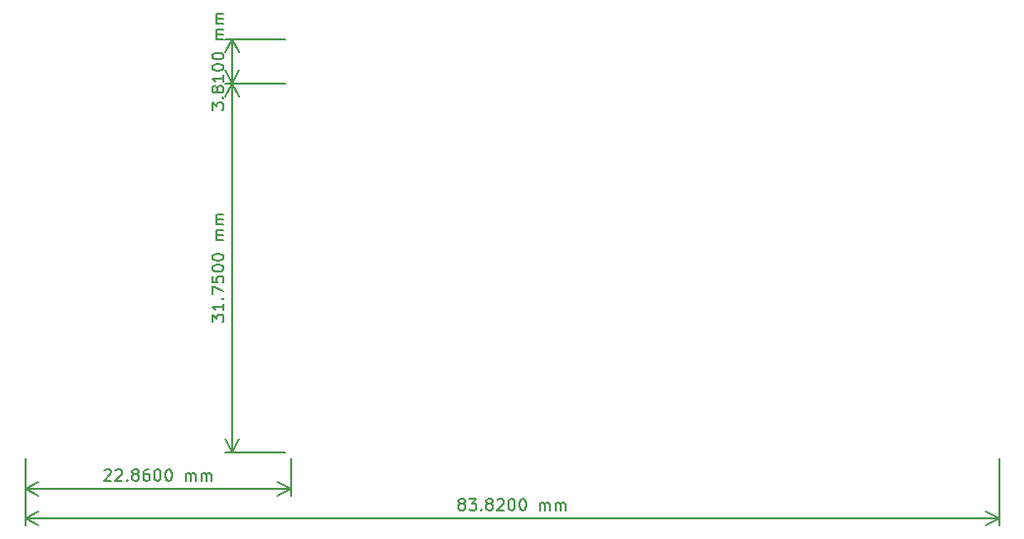
<source format=gbr>
%TF.GenerationSoftware,KiCad,Pcbnew,7.0.9*%
%TF.CreationDate,2023-12-22T14:45:16+09:00*%
%TF.ProjectId,Dev_IO_Board,4465765f-494f-45f4-926f-6172642e6b69,1.0.0*%
%TF.SameCoordinates,Original*%
%TF.FileFunction,Other,Comment*%
%FSLAX46Y46*%
G04 Gerber Fmt 4.6, Leading zero omitted, Abs format (unit mm)*
G04 Created by KiCad (PCBNEW 7.0.9) date 2023-12-22 14:45:16*
%MOMM*%
%LPD*%
G01*
G04 APERTURE LIST*
%ADD10C,0.150000*%
G04 APERTURE END LIST*
D10*
X105775953Y-96031008D02*
X105823572Y-95983389D01*
X105823572Y-95983389D02*
X105918810Y-95935770D01*
X105918810Y-95935770D02*
X106156905Y-95935770D01*
X106156905Y-95935770D02*
X106252143Y-95983389D01*
X106252143Y-95983389D02*
X106299762Y-96031008D01*
X106299762Y-96031008D02*
X106347381Y-96126246D01*
X106347381Y-96126246D02*
X106347381Y-96221484D01*
X106347381Y-96221484D02*
X106299762Y-96364341D01*
X106299762Y-96364341D02*
X105728334Y-96935770D01*
X105728334Y-96935770D02*
X106347381Y-96935770D01*
X106728334Y-96031008D02*
X106775953Y-95983389D01*
X106775953Y-95983389D02*
X106871191Y-95935770D01*
X106871191Y-95935770D02*
X107109286Y-95935770D01*
X107109286Y-95935770D02*
X107204524Y-95983389D01*
X107204524Y-95983389D02*
X107252143Y-96031008D01*
X107252143Y-96031008D02*
X107299762Y-96126246D01*
X107299762Y-96126246D02*
X107299762Y-96221484D01*
X107299762Y-96221484D02*
X107252143Y-96364341D01*
X107252143Y-96364341D02*
X106680715Y-96935770D01*
X106680715Y-96935770D02*
X107299762Y-96935770D01*
X107728334Y-96840531D02*
X107775953Y-96888151D01*
X107775953Y-96888151D02*
X107728334Y-96935770D01*
X107728334Y-96935770D02*
X107680715Y-96888151D01*
X107680715Y-96888151D02*
X107728334Y-96840531D01*
X107728334Y-96840531D02*
X107728334Y-96935770D01*
X108347381Y-96364341D02*
X108252143Y-96316722D01*
X108252143Y-96316722D02*
X108204524Y-96269103D01*
X108204524Y-96269103D02*
X108156905Y-96173865D01*
X108156905Y-96173865D02*
X108156905Y-96126246D01*
X108156905Y-96126246D02*
X108204524Y-96031008D01*
X108204524Y-96031008D02*
X108252143Y-95983389D01*
X108252143Y-95983389D02*
X108347381Y-95935770D01*
X108347381Y-95935770D02*
X108537857Y-95935770D01*
X108537857Y-95935770D02*
X108633095Y-95983389D01*
X108633095Y-95983389D02*
X108680714Y-96031008D01*
X108680714Y-96031008D02*
X108728333Y-96126246D01*
X108728333Y-96126246D02*
X108728333Y-96173865D01*
X108728333Y-96173865D02*
X108680714Y-96269103D01*
X108680714Y-96269103D02*
X108633095Y-96316722D01*
X108633095Y-96316722D02*
X108537857Y-96364341D01*
X108537857Y-96364341D02*
X108347381Y-96364341D01*
X108347381Y-96364341D02*
X108252143Y-96411960D01*
X108252143Y-96411960D02*
X108204524Y-96459579D01*
X108204524Y-96459579D02*
X108156905Y-96554817D01*
X108156905Y-96554817D02*
X108156905Y-96745293D01*
X108156905Y-96745293D02*
X108204524Y-96840531D01*
X108204524Y-96840531D02*
X108252143Y-96888151D01*
X108252143Y-96888151D02*
X108347381Y-96935770D01*
X108347381Y-96935770D02*
X108537857Y-96935770D01*
X108537857Y-96935770D02*
X108633095Y-96888151D01*
X108633095Y-96888151D02*
X108680714Y-96840531D01*
X108680714Y-96840531D02*
X108728333Y-96745293D01*
X108728333Y-96745293D02*
X108728333Y-96554817D01*
X108728333Y-96554817D02*
X108680714Y-96459579D01*
X108680714Y-96459579D02*
X108633095Y-96411960D01*
X108633095Y-96411960D02*
X108537857Y-96364341D01*
X109585476Y-95935770D02*
X109395000Y-95935770D01*
X109395000Y-95935770D02*
X109299762Y-95983389D01*
X109299762Y-95983389D02*
X109252143Y-96031008D01*
X109252143Y-96031008D02*
X109156905Y-96173865D01*
X109156905Y-96173865D02*
X109109286Y-96364341D01*
X109109286Y-96364341D02*
X109109286Y-96745293D01*
X109109286Y-96745293D02*
X109156905Y-96840531D01*
X109156905Y-96840531D02*
X109204524Y-96888151D01*
X109204524Y-96888151D02*
X109299762Y-96935770D01*
X109299762Y-96935770D02*
X109490238Y-96935770D01*
X109490238Y-96935770D02*
X109585476Y-96888151D01*
X109585476Y-96888151D02*
X109633095Y-96840531D01*
X109633095Y-96840531D02*
X109680714Y-96745293D01*
X109680714Y-96745293D02*
X109680714Y-96507198D01*
X109680714Y-96507198D02*
X109633095Y-96411960D01*
X109633095Y-96411960D02*
X109585476Y-96364341D01*
X109585476Y-96364341D02*
X109490238Y-96316722D01*
X109490238Y-96316722D02*
X109299762Y-96316722D01*
X109299762Y-96316722D02*
X109204524Y-96364341D01*
X109204524Y-96364341D02*
X109156905Y-96411960D01*
X109156905Y-96411960D02*
X109109286Y-96507198D01*
X110299762Y-95935770D02*
X110395000Y-95935770D01*
X110395000Y-95935770D02*
X110490238Y-95983389D01*
X110490238Y-95983389D02*
X110537857Y-96031008D01*
X110537857Y-96031008D02*
X110585476Y-96126246D01*
X110585476Y-96126246D02*
X110633095Y-96316722D01*
X110633095Y-96316722D02*
X110633095Y-96554817D01*
X110633095Y-96554817D02*
X110585476Y-96745293D01*
X110585476Y-96745293D02*
X110537857Y-96840531D01*
X110537857Y-96840531D02*
X110490238Y-96888151D01*
X110490238Y-96888151D02*
X110395000Y-96935770D01*
X110395000Y-96935770D02*
X110299762Y-96935770D01*
X110299762Y-96935770D02*
X110204524Y-96888151D01*
X110204524Y-96888151D02*
X110156905Y-96840531D01*
X110156905Y-96840531D02*
X110109286Y-96745293D01*
X110109286Y-96745293D02*
X110061667Y-96554817D01*
X110061667Y-96554817D02*
X110061667Y-96316722D01*
X110061667Y-96316722D02*
X110109286Y-96126246D01*
X110109286Y-96126246D02*
X110156905Y-96031008D01*
X110156905Y-96031008D02*
X110204524Y-95983389D01*
X110204524Y-95983389D02*
X110299762Y-95935770D01*
X111252143Y-95935770D02*
X111347381Y-95935770D01*
X111347381Y-95935770D02*
X111442619Y-95983389D01*
X111442619Y-95983389D02*
X111490238Y-96031008D01*
X111490238Y-96031008D02*
X111537857Y-96126246D01*
X111537857Y-96126246D02*
X111585476Y-96316722D01*
X111585476Y-96316722D02*
X111585476Y-96554817D01*
X111585476Y-96554817D02*
X111537857Y-96745293D01*
X111537857Y-96745293D02*
X111490238Y-96840531D01*
X111490238Y-96840531D02*
X111442619Y-96888151D01*
X111442619Y-96888151D02*
X111347381Y-96935770D01*
X111347381Y-96935770D02*
X111252143Y-96935770D01*
X111252143Y-96935770D02*
X111156905Y-96888151D01*
X111156905Y-96888151D02*
X111109286Y-96840531D01*
X111109286Y-96840531D02*
X111061667Y-96745293D01*
X111061667Y-96745293D02*
X111014048Y-96554817D01*
X111014048Y-96554817D02*
X111014048Y-96316722D01*
X111014048Y-96316722D02*
X111061667Y-96126246D01*
X111061667Y-96126246D02*
X111109286Y-96031008D01*
X111109286Y-96031008D02*
X111156905Y-95983389D01*
X111156905Y-95983389D02*
X111252143Y-95935770D01*
X112775953Y-96935770D02*
X112775953Y-96269103D01*
X112775953Y-96364341D02*
X112823572Y-96316722D01*
X112823572Y-96316722D02*
X112918810Y-96269103D01*
X112918810Y-96269103D02*
X113061667Y-96269103D01*
X113061667Y-96269103D02*
X113156905Y-96316722D01*
X113156905Y-96316722D02*
X113204524Y-96411960D01*
X113204524Y-96411960D02*
X113204524Y-96935770D01*
X113204524Y-96411960D02*
X113252143Y-96316722D01*
X113252143Y-96316722D02*
X113347381Y-96269103D01*
X113347381Y-96269103D02*
X113490238Y-96269103D01*
X113490238Y-96269103D02*
X113585477Y-96316722D01*
X113585477Y-96316722D02*
X113633096Y-96411960D01*
X113633096Y-96411960D02*
X113633096Y-96935770D01*
X114109286Y-96935770D02*
X114109286Y-96269103D01*
X114109286Y-96364341D02*
X114156905Y-96316722D01*
X114156905Y-96316722D02*
X114252143Y-96269103D01*
X114252143Y-96269103D02*
X114395000Y-96269103D01*
X114395000Y-96269103D02*
X114490238Y-96316722D01*
X114490238Y-96316722D02*
X114537857Y-96411960D01*
X114537857Y-96411960D02*
X114537857Y-96935770D01*
X114537857Y-96411960D02*
X114585476Y-96316722D01*
X114585476Y-96316722D02*
X114680714Y-96269103D01*
X114680714Y-96269103D02*
X114823571Y-96269103D01*
X114823571Y-96269103D02*
X114918810Y-96316722D01*
X114918810Y-96316722D02*
X114966429Y-96411960D01*
X114966429Y-96411960D02*
X114966429Y-96935770D01*
X121825000Y-94955951D02*
X121825000Y-98217371D01*
X98965000Y-94955951D02*
X98965000Y-98217371D01*
X121825000Y-97630951D02*
X98965000Y-97630951D01*
X121825000Y-97630951D02*
X98965000Y-97630951D01*
X121825000Y-97630951D02*
X120698496Y-98217372D01*
X121825000Y-97630951D02*
X120698496Y-97044530D01*
X98965000Y-97630951D02*
X100091504Y-97044530D01*
X98965000Y-97630951D02*
X100091504Y-98217372D01*
X136446429Y-98904341D02*
X136351191Y-98856722D01*
X136351191Y-98856722D02*
X136303572Y-98809103D01*
X136303572Y-98809103D02*
X136255953Y-98713865D01*
X136255953Y-98713865D02*
X136255953Y-98666246D01*
X136255953Y-98666246D02*
X136303572Y-98571008D01*
X136303572Y-98571008D02*
X136351191Y-98523389D01*
X136351191Y-98523389D02*
X136446429Y-98475770D01*
X136446429Y-98475770D02*
X136636905Y-98475770D01*
X136636905Y-98475770D02*
X136732143Y-98523389D01*
X136732143Y-98523389D02*
X136779762Y-98571008D01*
X136779762Y-98571008D02*
X136827381Y-98666246D01*
X136827381Y-98666246D02*
X136827381Y-98713865D01*
X136827381Y-98713865D02*
X136779762Y-98809103D01*
X136779762Y-98809103D02*
X136732143Y-98856722D01*
X136732143Y-98856722D02*
X136636905Y-98904341D01*
X136636905Y-98904341D02*
X136446429Y-98904341D01*
X136446429Y-98904341D02*
X136351191Y-98951960D01*
X136351191Y-98951960D02*
X136303572Y-98999579D01*
X136303572Y-98999579D02*
X136255953Y-99094817D01*
X136255953Y-99094817D02*
X136255953Y-99285293D01*
X136255953Y-99285293D02*
X136303572Y-99380531D01*
X136303572Y-99380531D02*
X136351191Y-99428151D01*
X136351191Y-99428151D02*
X136446429Y-99475770D01*
X136446429Y-99475770D02*
X136636905Y-99475770D01*
X136636905Y-99475770D02*
X136732143Y-99428151D01*
X136732143Y-99428151D02*
X136779762Y-99380531D01*
X136779762Y-99380531D02*
X136827381Y-99285293D01*
X136827381Y-99285293D02*
X136827381Y-99094817D01*
X136827381Y-99094817D02*
X136779762Y-98999579D01*
X136779762Y-98999579D02*
X136732143Y-98951960D01*
X136732143Y-98951960D02*
X136636905Y-98904341D01*
X137160715Y-98475770D02*
X137779762Y-98475770D01*
X137779762Y-98475770D02*
X137446429Y-98856722D01*
X137446429Y-98856722D02*
X137589286Y-98856722D01*
X137589286Y-98856722D02*
X137684524Y-98904341D01*
X137684524Y-98904341D02*
X137732143Y-98951960D01*
X137732143Y-98951960D02*
X137779762Y-99047198D01*
X137779762Y-99047198D02*
X137779762Y-99285293D01*
X137779762Y-99285293D02*
X137732143Y-99380531D01*
X137732143Y-99380531D02*
X137684524Y-99428151D01*
X137684524Y-99428151D02*
X137589286Y-99475770D01*
X137589286Y-99475770D02*
X137303572Y-99475770D01*
X137303572Y-99475770D02*
X137208334Y-99428151D01*
X137208334Y-99428151D02*
X137160715Y-99380531D01*
X138208334Y-99380531D02*
X138255953Y-99428151D01*
X138255953Y-99428151D02*
X138208334Y-99475770D01*
X138208334Y-99475770D02*
X138160715Y-99428151D01*
X138160715Y-99428151D02*
X138208334Y-99380531D01*
X138208334Y-99380531D02*
X138208334Y-99475770D01*
X138827381Y-98904341D02*
X138732143Y-98856722D01*
X138732143Y-98856722D02*
X138684524Y-98809103D01*
X138684524Y-98809103D02*
X138636905Y-98713865D01*
X138636905Y-98713865D02*
X138636905Y-98666246D01*
X138636905Y-98666246D02*
X138684524Y-98571008D01*
X138684524Y-98571008D02*
X138732143Y-98523389D01*
X138732143Y-98523389D02*
X138827381Y-98475770D01*
X138827381Y-98475770D02*
X139017857Y-98475770D01*
X139017857Y-98475770D02*
X139113095Y-98523389D01*
X139113095Y-98523389D02*
X139160714Y-98571008D01*
X139160714Y-98571008D02*
X139208333Y-98666246D01*
X139208333Y-98666246D02*
X139208333Y-98713865D01*
X139208333Y-98713865D02*
X139160714Y-98809103D01*
X139160714Y-98809103D02*
X139113095Y-98856722D01*
X139113095Y-98856722D02*
X139017857Y-98904341D01*
X139017857Y-98904341D02*
X138827381Y-98904341D01*
X138827381Y-98904341D02*
X138732143Y-98951960D01*
X138732143Y-98951960D02*
X138684524Y-98999579D01*
X138684524Y-98999579D02*
X138636905Y-99094817D01*
X138636905Y-99094817D02*
X138636905Y-99285293D01*
X138636905Y-99285293D02*
X138684524Y-99380531D01*
X138684524Y-99380531D02*
X138732143Y-99428151D01*
X138732143Y-99428151D02*
X138827381Y-99475770D01*
X138827381Y-99475770D02*
X139017857Y-99475770D01*
X139017857Y-99475770D02*
X139113095Y-99428151D01*
X139113095Y-99428151D02*
X139160714Y-99380531D01*
X139160714Y-99380531D02*
X139208333Y-99285293D01*
X139208333Y-99285293D02*
X139208333Y-99094817D01*
X139208333Y-99094817D02*
X139160714Y-98999579D01*
X139160714Y-98999579D02*
X139113095Y-98951960D01*
X139113095Y-98951960D02*
X139017857Y-98904341D01*
X139589286Y-98571008D02*
X139636905Y-98523389D01*
X139636905Y-98523389D02*
X139732143Y-98475770D01*
X139732143Y-98475770D02*
X139970238Y-98475770D01*
X139970238Y-98475770D02*
X140065476Y-98523389D01*
X140065476Y-98523389D02*
X140113095Y-98571008D01*
X140113095Y-98571008D02*
X140160714Y-98666246D01*
X140160714Y-98666246D02*
X140160714Y-98761484D01*
X140160714Y-98761484D02*
X140113095Y-98904341D01*
X140113095Y-98904341D02*
X139541667Y-99475770D01*
X139541667Y-99475770D02*
X140160714Y-99475770D01*
X140779762Y-98475770D02*
X140875000Y-98475770D01*
X140875000Y-98475770D02*
X140970238Y-98523389D01*
X140970238Y-98523389D02*
X141017857Y-98571008D01*
X141017857Y-98571008D02*
X141065476Y-98666246D01*
X141065476Y-98666246D02*
X141113095Y-98856722D01*
X141113095Y-98856722D02*
X141113095Y-99094817D01*
X141113095Y-99094817D02*
X141065476Y-99285293D01*
X141065476Y-99285293D02*
X141017857Y-99380531D01*
X141017857Y-99380531D02*
X140970238Y-99428151D01*
X140970238Y-99428151D02*
X140875000Y-99475770D01*
X140875000Y-99475770D02*
X140779762Y-99475770D01*
X140779762Y-99475770D02*
X140684524Y-99428151D01*
X140684524Y-99428151D02*
X140636905Y-99380531D01*
X140636905Y-99380531D02*
X140589286Y-99285293D01*
X140589286Y-99285293D02*
X140541667Y-99094817D01*
X140541667Y-99094817D02*
X140541667Y-98856722D01*
X140541667Y-98856722D02*
X140589286Y-98666246D01*
X140589286Y-98666246D02*
X140636905Y-98571008D01*
X140636905Y-98571008D02*
X140684524Y-98523389D01*
X140684524Y-98523389D02*
X140779762Y-98475770D01*
X141732143Y-98475770D02*
X141827381Y-98475770D01*
X141827381Y-98475770D02*
X141922619Y-98523389D01*
X141922619Y-98523389D02*
X141970238Y-98571008D01*
X141970238Y-98571008D02*
X142017857Y-98666246D01*
X142017857Y-98666246D02*
X142065476Y-98856722D01*
X142065476Y-98856722D02*
X142065476Y-99094817D01*
X142065476Y-99094817D02*
X142017857Y-99285293D01*
X142017857Y-99285293D02*
X141970238Y-99380531D01*
X141970238Y-99380531D02*
X141922619Y-99428151D01*
X141922619Y-99428151D02*
X141827381Y-99475770D01*
X141827381Y-99475770D02*
X141732143Y-99475770D01*
X141732143Y-99475770D02*
X141636905Y-99428151D01*
X141636905Y-99428151D02*
X141589286Y-99380531D01*
X141589286Y-99380531D02*
X141541667Y-99285293D01*
X141541667Y-99285293D02*
X141494048Y-99094817D01*
X141494048Y-99094817D02*
X141494048Y-98856722D01*
X141494048Y-98856722D02*
X141541667Y-98666246D01*
X141541667Y-98666246D02*
X141589286Y-98571008D01*
X141589286Y-98571008D02*
X141636905Y-98523389D01*
X141636905Y-98523389D02*
X141732143Y-98475770D01*
X143255953Y-99475770D02*
X143255953Y-98809103D01*
X143255953Y-98904341D02*
X143303572Y-98856722D01*
X143303572Y-98856722D02*
X143398810Y-98809103D01*
X143398810Y-98809103D02*
X143541667Y-98809103D01*
X143541667Y-98809103D02*
X143636905Y-98856722D01*
X143636905Y-98856722D02*
X143684524Y-98951960D01*
X143684524Y-98951960D02*
X143684524Y-99475770D01*
X143684524Y-98951960D02*
X143732143Y-98856722D01*
X143732143Y-98856722D02*
X143827381Y-98809103D01*
X143827381Y-98809103D02*
X143970238Y-98809103D01*
X143970238Y-98809103D02*
X144065477Y-98856722D01*
X144065477Y-98856722D02*
X144113096Y-98951960D01*
X144113096Y-98951960D02*
X144113096Y-99475770D01*
X144589286Y-99475770D02*
X144589286Y-98809103D01*
X144589286Y-98904341D02*
X144636905Y-98856722D01*
X144636905Y-98856722D02*
X144732143Y-98809103D01*
X144732143Y-98809103D02*
X144875000Y-98809103D01*
X144875000Y-98809103D02*
X144970238Y-98856722D01*
X144970238Y-98856722D02*
X145017857Y-98951960D01*
X145017857Y-98951960D02*
X145017857Y-99475770D01*
X145017857Y-98951960D02*
X145065476Y-98856722D01*
X145065476Y-98856722D02*
X145160714Y-98809103D01*
X145160714Y-98809103D02*
X145303571Y-98809103D01*
X145303571Y-98809103D02*
X145398810Y-98856722D01*
X145398810Y-98856722D02*
X145446429Y-98951960D01*
X145446429Y-98951960D02*
X145446429Y-99475770D01*
X98965000Y-94955951D02*
X98965000Y-100757371D01*
X182785000Y-94955951D02*
X182785000Y-100757371D01*
X98965000Y-100170951D02*
X182785000Y-100170951D01*
X98965000Y-100170951D02*
X182785000Y-100170951D01*
X98965000Y-100170951D02*
X100091504Y-99584530D01*
X98965000Y-100170951D02*
X100091504Y-100757372D01*
X182785000Y-100170951D02*
X181658496Y-100757372D01*
X182785000Y-100170951D02*
X181658496Y-99584530D01*
X115049819Y-83247616D02*
X115049819Y-82628569D01*
X115049819Y-82628569D02*
X115430771Y-82961902D01*
X115430771Y-82961902D02*
X115430771Y-82819045D01*
X115430771Y-82819045D02*
X115478390Y-82723807D01*
X115478390Y-82723807D02*
X115526009Y-82676188D01*
X115526009Y-82676188D02*
X115621247Y-82628569D01*
X115621247Y-82628569D02*
X115859342Y-82628569D01*
X115859342Y-82628569D02*
X115954580Y-82676188D01*
X115954580Y-82676188D02*
X116002200Y-82723807D01*
X116002200Y-82723807D02*
X116049819Y-82819045D01*
X116049819Y-82819045D02*
X116049819Y-83104759D01*
X116049819Y-83104759D02*
X116002200Y-83199997D01*
X116002200Y-83199997D02*
X115954580Y-83247616D01*
X116049819Y-81676188D02*
X116049819Y-82247616D01*
X116049819Y-81961902D02*
X115049819Y-81961902D01*
X115049819Y-81961902D02*
X115192676Y-82057140D01*
X115192676Y-82057140D02*
X115287914Y-82152378D01*
X115287914Y-82152378D02*
X115335533Y-82247616D01*
X115954580Y-81247616D02*
X116002200Y-81199997D01*
X116002200Y-81199997D02*
X116049819Y-81247616D01*
X116049819Y-81247616D02*
X116002200Y-81295235D01*
X116002200Y-81295235D02*
X115954580Y-81247616D01*
X115954580Y-81247616D02*
X116049819Y-81247616D01*
X115049819Y-80866664D02*
X115049819Y-80199998D01*
X115049819Y-80199998D02*
X116049819Y-80628569D01*
X115049819Y-79342855D02*
X115049819Y-79819045D01*
X115049819Y-79819045D02*
X115526009Y-79866664D01*
X115526009Y-79866664D02*
X115478390Y-79819045D01*
X115478390Y-79819045D02*
X115430771Y-79723807D01*
X115430771Y-79723807D02*
X115430771Y-79485712D01*
X115430771Y-79485712D02*
X115478390Y-79390474D01*
X115478390Y-79390474D02*
X115526009Y-79342855D01*
X115526009Y-79342855D02*
X115621247Y-79295236D01*
X115621247Y-79295236D02*
X115859342Y-79295236D01*
X115859342Y-79295236D02*
X115954580Y-79342855D01*
X115954580Y-79342855D02*
X116002200Y-79390474D01*
X116002200Y-79390474D02*
X116049819Y-79485712D01*
X116049819Y-79485712D02*
X116049819Y-79723807D01*
X116049819Y-79723807D02*
X116002200Y-79819045D01*
X116002200Y-79819045D02*
X115954580Y-79866664D01*
X115049819Y-78676188D02*
X115049819Y-78580950D01*
X115049819Y-78580950D02*
X115097438Y-78485712D01*
X115097438Y-78485712D02*
X115145057Y-78438093D01*
X115145057Y-78438093D02*
X115240295Y-78390474D01*
X115240295Y-78390474D02*
X115430771Y-78342855D01*
X115430771Y-78342855D02*
X115668866Y-78342855D01*
X115668866Y-78342855D02*
X115859342Y-78390474D01*
X115859342Y-78390474D02*
X115954580Y-78438093D01*
X115954580Y-78438093D02*
X116002200Y-78485712D01*
X116002200Y-78485712D02*
X116049819Y-78580950D01*
X116049819Y-78580950D02*
X116049819Y-78676188D01*
X116049819Y-78676188D02*
X116002200Y-78771426D01*
X116002200Y-78771426D02*
X115954580Y-78819045D01*
X115954580Y-78819045D02*
X115859342Y-78866664D01*
X115859342Y-78866664D02*
X115668866Y-78914283D01*
X115668866Y-78914283D02*
X115430771Y-78914283D01*
X115430771Y-78914283D02*
X115240295Y-78866664D01*
X115240295Y-78866664D02*
X115145057Y-78819045D01*
X115145057Y-78819045D02*
X115097438Y-78771426D01*
X115097438Y-78771426D02*
X115049819Y-78676188D01*
X115049819Y-77723807D02*
X115049819Y-77628569D01*
X115049819Y-77628569D02*
X115097438Y-77533331D01*
X115097438Y-77533331D02*
X115145057Y-77485712D01*
X115145057Y-77485712D02*
X115240295Y-77438093D01*
X115240295Y-77438093D02*
X115430771Y-77390474D01*
X115430771Y-77390474D02*
X115668866Y-77390474D01*
X115668866Y-77390474D02*
X115859342Y-77438093D01*
X115859342Y-77438093D02*
X115954580Y-77485712D01*
X115954580Y-77485712D02*
X116002200Y-77533331D01*
X116002200Y-77533331D02*
X116049819Y-77628569D01*
X116049819Y-77628569D02*
X116049819Y-77723807D01*
X116049819Y-77723807D02*
X116002200Y-77819045D01*
X116002200Y-77819045D02*
X115954580Y-77866664D01*
X115954580Y-77866664D02*
X115859342Y-77914283D01*
X115859342Y-77914283D02*
X115668866Y-77961902D01*
X115668866Y-77961902D02*
X115430771Y-77961902D01*
X115430771Y-77961902D02*
X115240295Y-77914283D01*
X115240295Y-77914283D02*
X115145057Y-77866664D01*
X115145057Y-77866664D02*
X115097438Y-77819045D01*
X115097438Y-77819045D02*
X115049819Y-77723807D01*
X116049819Y-76199997D02*
X115383152Y-76199997D01*
X115478390Y-76199997D02*
X115430771Y-76152378D01*
X115430771Y-76152378D02*
X115383152Y-76057140D01*
X115383152Y-76057140D02*
X115383152Y-75914283D01*
X115383152Y-75914283D02*
X115430771Y-75819045D01*
X115430771Y-75819045D02*
X115526009Y-75771426D01*
X115526009Y-75771426D02*
X116049819Y-75771426D01*
X115526009Y-75771426D02*
X115430771Y-75723807D01*
X115430771Y-75723807D02*
X115383152Y-75628569D01*
X115383152Y-75628569D02*
X115383152Y-75485712D01*
X115383152Y-75485712D02*
X115430771Y-75390473D01*
X115430771Y-75390473D02*
X115526009Y-75342854D01*
X115526009Y-75342854D02*
X116049819Y-75342854D01*
X116049819Y-74866664D02*
X115383152Y-74866664D01*
X115478390Y-74866664D02*
X115430771Y-74819045D01*
X115430771Y-74819045D02*
X115383152Y-74723807D01*
X115383152Y-74723807D02*
X115383152Y-74580950D01*
X115383152Y-74580950D02*
X115430771Y-74485712D01*
X115430771Y-74485712D02*
X115526009Y-74438093D01*
X115526009Y-74438093D02*
X116049819Y-74438093D01*
X115526009Y-74438093D02*
X115430771Y-74390474D01*
X115430771Y-74390474D02*
X115383152Y-74295236D01*
X115383152Y-74295236D02*
X115383152Y-74152379D01*
X115383152Y-74152379D02*
X115430771Y-74057140D01*
X115430771Y-74057140D02*
X115526009Y-74009521D01*
X115526009Y-74009521D02*
X116049819Y-74009521D01*
X121325000Y-94455951D02*
X116158580Y-94455951D01*
X121325000Y-62705951D02*
X116158580Y-62705951D01*
X116745000Y-94455951D02*
X116745000Y-62705951D01*
X116745000Y-94455951D02*
X116745000Y-62705951D01*
X116745000Y-94455951D02*
X116158579Y-93329447D01*
X116745000Y-94455951D02*
X117331421Y-93329447D01*
X116745000Y-62705951D02*
X117331421Y-63832455D01*
X116745000Y-62705951D02*
X116158579Y-63832455D01*
X115049819Y-64991426D02*
X115049819Y-64372379D01*
X115049819Y-64372379D02*
X115430771Y-64705712D01*
X115430771Y-64705712D02*
X115430771Y-64562855D01*
X115430771Y-64562855D02*
X115478390Y-64467617D01*
X115478390Y-64467617D02*
X115526009Y-64419998D01*
X115526009Y-64419998D02*
X115621247Y-64372379D01*
X115621247Y-64372379D02*
X115859342Y-64372379D01*
X115859342Y-64372379D02*
X115954580Y-64419998D01*
X115954580Y-64419998D02*
X116002200Y-64467617D01*
X116002200Y-64467617D02*
X116049819Y-64562855D01*
X116049819Y-64562855D02*
X116049819Y-64848569D01*
X116049819Y-64848569D02*
X116002200Y-64943807D01*
X116002200Y-64943807D02*
X115954580Y-64991426D01*
X115954580Y-63943807D02*
X116002200Y-63896188D01*
X116002200Y-63896188D02*
X116049819Y-63943807D01*
X116049819Y-63943807D02*
X116002200Y-63991426D01*
X116002200Y-63991426D02*
X115954580Y-63943807D01*
X115954580Y-63943807D02*
X116049819Y-63943807D01*
X115478390Y-63324760D02*
X115430771Y-63419998D01*
X115430771Y-63419998D02*
X115383152Y-63467617D01*
X115383152Y-63467617D02*
X115287914Y-63515236D01*
X115287914Y-63515236D02*
X115240295Y-63515236D01*
X115240295Y-63515236D02*
X115145057Y-63467617D01*
X115145057Y-63467617D02*
X115097438Y-63419998D01*
X115097438Y-63419998D02*
X115049819Y-63324760D01*
X115049819Y-63324760D02*
X115049819Y-63134284D01*
X115049819Y-63134284D02*
X115097438Y-63039046D01*
X115097438Y-63039046D02*
X115145057Y-62991427D01*
X115145057Y-62991427D02*
X115240295Y-62943808D01*
X115240295Y-62943808D02*
X115287914Y-62943808D01*
X115287914Y-62943808D02*
X115383152Y-62991427D01*
X115383152Y-62991427D02*
X115430771Y-63039046D01*
X115430771Y-63039046D02*
X115478390Y-63134284D01*
X115478390Y-63134284D02*
X115478390Y-63324760D01*
X115478390Y-63324760D02*
X115526009Y-63419998D01*
X115526009Y-63419998D02*
X115573628Y-63467617D01*
X115573628Y-63467617D02*
X115668866Y-63515236D01*
X115668866Y-63515236D02*
X115859342Y-63515236D01*
X115859342Y-63515236D02*
X115954580Y-63467617D01*
X115954580Y-63467617D02*
X116002200Y-63419998D01*
X116002200Y-63419998D02*
X116049819Y-63324760D01*
X116049819Y-63324760D02*
X116049819Y-63134284D01*
X116049819Y-63134284D02*
X116002200Y-63039046D01*
X116002200Y-63039046D02*
X115954580Y-62991427D01*
X115954580Y-62991427D02*
X115859342Y-62943808D01*
X115859342Y-62943808D02*
X115668866Y-62943808D01*
X115668866Y-62943808D02*
X115573628Y-62991427D01*
X115573628Y-62991427D02*
X115526009Y-63039046D01*
X115526009Y-63039046D02*
X115478390Y-63134284D01*
X116049819Y-61991427D02*
X116049819Y-62562855D01*
X116049819Y-62277141D02*
X115049819Y-62277141D01*
X115049819Y-62277141D02*
X115192676Y-62372379D01*
X115192676Y-62372379D02*
X115287914Y-62467617D01*
X115287914Y-62467617D02*
X115335533Y-62562855D01*
X115049819Y-61372379D02*
X115049819Y-61277141D01*
X115049819Y-61277141D02*
X115097438Y-61181903D01*
X115097438Y-61181903D02*
X115145057Y-61134284D01*
X115145057Y-61134284D02*
X115240295Y-61086665D01*
X115240295Y-61086665D02*
X115430771Y-61039046D01*
X115430771Y-61039046D02*
X115668866Y-61039046D01*
X115668866Y-61039046D02*
X115859342Y-61086665D01*
X115859342Y-61086665D02*
X115954580Y-61134284D01*
X115954580Y-61134284D02*
X116002200Y-61181903D01*
X116002200Y-61181903D02*
X116049819Y-61277141D01*
X116049819Y-61277141D02*
X116049819Y-61372379D01*
X116049819Y-61372379D02*
X116002200Y-61467617D01*
X116002200Y-61467617D02*
X115954580Y-61515236D01*
X115954580Y-61515236D02*
X115859342Y-61562855D01*
X115859342Y-61562855D02*
X115668866Y-61610474D01*
X115668866Y-61610474D02*
X115430771Y-61610474D01*
X115430771Y-61610474D02*
X115240295Y-61562855D01*
X115240295Y-61562855D02*
X115145057Y-61515236D01*
X115145057Y-61515236D02*
X115097438Y-61467617D01*
X115097438Y-61467617D02*
X115049819Y-61372379D01*
X115049819Y-60419998D02*
X115049819Y-60324760D01*
X115049819Y-60324760D02*
X115097438Y-60229522D01*
X115097438Y-60229522D02*
X115145057Y-60181903D01*
X115145057Y-60181903D02*
X115240295Y-60134284D01*
X115240295Y-60134284D02*
X115430771Y-60086665D01*
X115430771Y-60086665D02*
X115668866Y-60086665D01*
X115668866Y-60086665D02*
X115859342Y-60134284D01*
X115859342Y-60134284D02*
X115954580Y-60181903D01*
X115954580Y-60181903D02*
X116002200Y-60229522D01*
X116002200Y-60229522D02*
X116049819Y-60324760D01*
X116049819Y-60324760D02*
X116049819Y-60419998D01*
X116049819Y-60419998D02*
X116002200Y-60515236D01*
X116002200Y-60515236D02*
X115954580Y-60562855D01*
X115954580Y-60562855D02*
X115859342Y-60610474D01*
X115859342Y-60610474D02*
X115668866Y-60658093D01*
X115668866Y-60658093D02*
X115430771Y-60658093D01*
X115430771Y-60658093D02*
X115240295Y-60610474D01*
X115240295Y-60610474D02*
X115145057Y-60562855D01*
X115145057Y-60562855D02*
X115097438Y-60515236D01*
X115097438Y-60515236D02*
X115049819Y-60419998D01*
X116049819Y-58896188D02*
X115383152Y-58896188D01*
X115478390Y-58896188D02*
X115430771Y-58848569D01*
X115430771Y-58848569D02*
X115383152Y-58753331D01*
X115383152Y-58753331D02*
X115383152Y-58610474D01*
X115383152Y-58610474D02*
X115430771Y-58515236D01*
X115430771Y-58515236D02*
X115526009Y-58467617D01*
X115526009Y-58467617D02*
X116049819Y-58467617D01*
X115526009Y-58467617D02*
X115430771Y-58419998D01*
X115430771Y-58419998D02*
X115383152Y-58324760D01*
X115383152Y-58324760D02*
X115383152Y-58181903D01*
X115383152Y-58181903D02*
X115430771Y-58086664D01*
X115430771Y-58086664D02*
X115526009Y-58039045D01*
X115526009Y-58039045D02*
X116049819Y-58039045D01*
X116049819Y-57562855D02*
X115383152Y-57562855D01*
X115478390Y-57562855D02*
X115430771Y-57515236D01*
X115430771Y-57515236D02*
X115383152Y-57419998D01*
X115383152Y-57419998D02*
X115383152Y-57277141D01*
X115383152Y-57277141D02*
X115430771Y-57181903D01*
X115430771Y-57181903D02*
X115526009Y-57134284D01*
X115526009Y-57134284D02*
X116049819Y-57134284D01*
X115526009Y-57134284D02*
X115430771Y-57086665D01*
X115430771Y-57086665D02*
X115383152Y-56991427D01*
X115383152Y-56991427D02*
X115383152Y-56848570D01*
X115383152Y-56848570D02*
X115430771Y-56753331D01*
X115430771Y-56753331D02*
X115526009Y-56705712D01*
X115526009Y-56705712D02*
X116049819Y-56705712D01*
X121325000Y-62705951D02*
X116158580Y-62705951D01*
X121325000Y-58895951D02*
X116158580Y-58895951D01*
X116745000Y-62705951D02*
X116745000Y-58895951D01*
X116745000Y-62705951D02*
X116745000Y-58895951D01*
X116745000Y-62705951D02*
X116158579Y-61579447D01*
X116745000Y-62705951D02*
X117331421Y-61579447D01*
X116745000Y-58895951D02*
X117331421Y-60022455D01*
X116745000Y-58895951D02*
X116158579Y-60022455D01*
M02*

</source>
